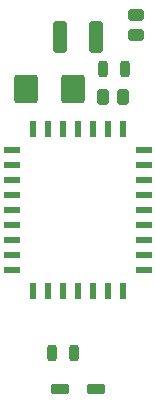
<source format=gtp>
G04 #@! TF.GenerationSoftware,KiCad,Pcbnew,7.0.10*
G04 #@! TF.CreationDate,2024-03-05T04:01:16-05:00*
G04 #@! TF.ProjectId,GW28R8128,47573238-5238-4313-9238-2e6b69636164,rev?*
G04 #@! TF.SameCoordinates,Original*
G04 #@! TF.FileFunction,Paste,Top*
G04 #@! TF.FilePolarity,Positive*
%FSLAX46Y46*%
G04 Gerber Fmt 4.6, Leading zero omitted, Abs format (unit mm)*
G04 Created by KiCad (PCBNEW 7.0.10) date 2024-03-05 04:01:16*
%MOMM*%
%LPD*%
G01*
G04 APERTURE LIST*
G04 Aperture macros list*
%AMRoundRect*
0 Rectangle with rounded corners*
0 $1 Rounding radius*
0 $2 $3 $4 $5 $6 $7 $8 $9 X,Y pos of 4 corners*
0 Add a 4 corners polygon primitive as box body*
4,1,4,$2,$3,$4,$5,$6,$7,$8,$9,$2,$3,0*
0 Add four circle primitives for the rounded corners*
1,1,$1+$1,$2,$3*
1,1,$1+$1,$4,$5*
1,1,$1+$1,$6,$7*
1,1,$1+$1,$8,$9*
0 Add four rect primitives between the rounded corners*
20,1,$1+$1,$2,$3,$4,$5,0*
20,1,$1+$1,$4,$5,$6,$7,0*
20,1,$1+$1,$6,$7,$8,$9,0*
20,1,$1+$1,$8,$9,$2,$3,0*%
G04 Aperture macros list end*
%ADD10RoundRect,0.137500X-0.137500X-0.575000X0.137500X-0.575000X0.137500X0.575000X-0.137500X0.575000X0*%
%ADD11RoundRect,0.137500X-0.575000X-0.137500X0.575000X-0.137500X0.575000X0.137500X-0.575000X0.137500X0*%
%ADD12RoundRect,0.250000X-0.425000X0.250000X-0.425000X-0.250000X0.425000X-0.250000X0.425000X0.250000X0*%
%ADD13RoundRect,0.200000X0.200000X0.475000X-0.200000X0.475000X-0.200000X-0.475000X0.200000X-0.475000X0*%
%ADD14RoundRect,0.200000X-0.200000X-0.475000X0.200000X-0.475000X0.200000X0.475000X-0.200000X0.475000X0*%
%ADD15RoundRect,0.200000X-0.600000X-0.200000X0.600000X-0.200000X0.600000X0.200000X-0.600000X0.200000X0*%
%ADD16RoundRect,0.287500X0.287500X1.087500X-0.287500X1.087500X-0.287500X-1.087500X0.287500X-1.087500X0*%
%ADD17RoundRect,0.307500X0.717500X0.917500X-0.717500X0.917500X-0.717500X-0.917500X0.717500X-0.917500X0*%
%ADD18RoundRect,0.250000X-0.250000X-0.425000X0.250000X-0.425000X0.250000X0.425000X-0.250000X0.425000X0*%
G04 APERTURE END LIST*
D10*
X48260000Y-29992500D03*
X46990000Y-29992500D03*
X45720000Y-29992500D03*
X44450000Y-29992500D03*
D11*
X42697500Y-31750000D03*
X42697500Y-33020000D03*
X42697500Y-34290000D03*
X42697500Y-35560000D03*
X42697500Y-36830000D03*
X42697500Y-38100000D03*
X42697500Y-39370000D03*
X42697500Y-40640000D03*
X42697500Y-41910000D03*
D10*
X44450000Y-43667500D03*
X45720000Y-43667500D03*
X46990000Y-43667500D03*
X48260000Y-43667500D03*
X49530000Y-43667500D03*
X50800000Y-43667500D03*
X52070000Y-43667500D03*
D11*
X53822500Y-41910000D03*
X53822500Y-40640000D03*
X53822500Y-39370000D03*
X53822500Y-38100000D03*
X53822500Y-36830000D03*
X53822500Y-35560000D03*
X53822500Y-34290000D03*
X53822500Y-33020000D03*
X53822500Y-31750000D03*
D10*
X52070000Y-29992500D03*
X50800000Y-29992500D03*
X49530000Y-29992500D03*
D12*
X53213000Y-20320000D03*
X53213000Y-22020000D03*
D13*
X47940000Y-48895000D03*
X46040000Y-48895000D03*
D14*
X50355500Y-24892000D03*
X52255500Y-24892000D03*
D15*
X49784000Y-51943000D03*
X46736000Y-51943000D03*
D16*
X49760000Y-22161500D03*
X46760000Y-22161500D03*
D17*
X47879000Y-26543000D03*
X43879000Y-26543000D03*
D18*
X50394500Y-27241500D03*
X52094500Y-27241500D03*
M02*

</source>
